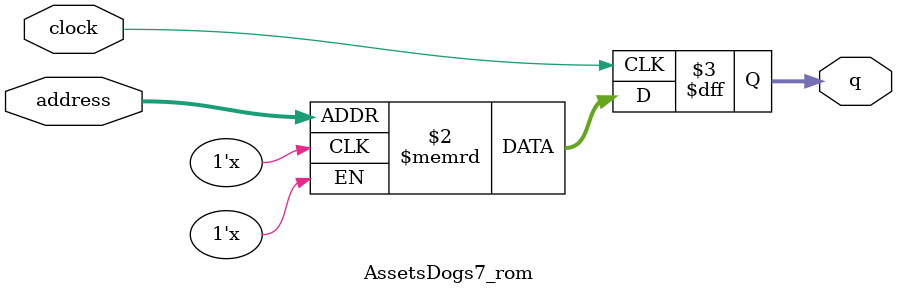
<source format=sv>
module AssetsDogs7_rom (
	input logic clock,
	input logic [13:0] address,
	output logic [3:0] q
);

logic [3:0] memory [0:10559] /* synthesis ram_init_file = "./AssetsDogs7/AssetsDogs7.mif" */;

always_ff @ (posedge clock) begin
	q <= memory[address];
end

endmodule

</source>
